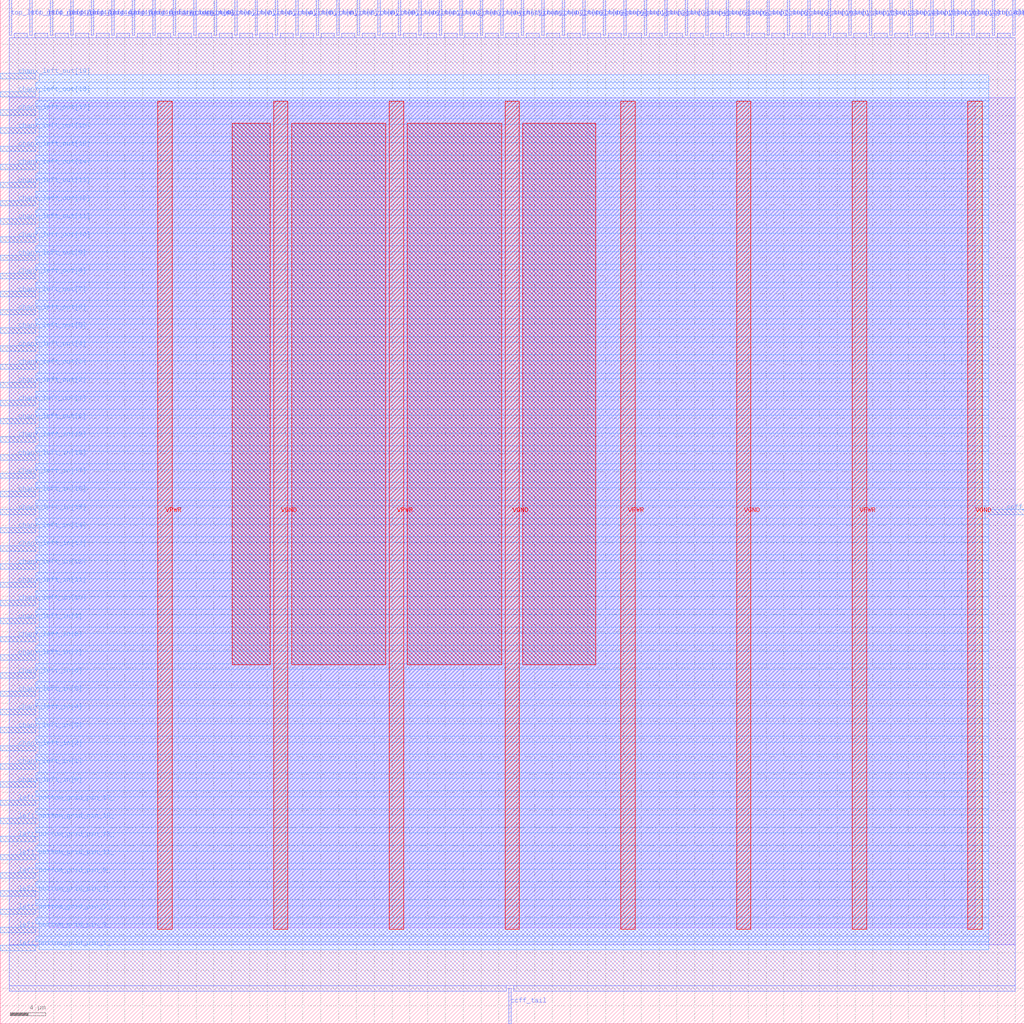
<source format=lef>
VERSION 5.7 ;
  NOWIREEXTENSIONATPIN ON ;
  DIVIDERCHAR "/" ;
  BUSBITCHARS "[]" ;
MACRO sb_2__0_
  CLASS BLOCK ;
  FOREIGN sb_2__0_ ;
  ORIGIN 0.000 0.000 ;
  SIZE 115.000 BY 115.000 ;
  PIN VGND
    DIRECTION INOUT ;
    USE GROUND ;
    PORT
      LAYER met4 ;
        RECT 30.710 10.640 32.310 103.600 ;
    END
    PORT
      LAYER met4 ;
        RECT 56.700 10.640 58.300 103.600 ;
    END
    PORT
      LAYER met4 ;
        RECT 82.690 10.640 84.290 103.600 ;
    END
    PORT
      LAYER met4 ;
        RECT 108.680 10.640 110.280 103.600 ;
    END
  END VGND
  PIN VPWR
    DIRECTION INOUT ;
    USE POWER ;
    PORT
      LAYER met4 ;
        RECT 17.715 10.640 19.315 103.600 ;
    END
    PORT
      LAYER met4 ;
        RECT 43.705 10.640 45.305 103.600 ;
    END
    PORT
      LAYER met4 ;
        RECT 69.695 10.640 71.295 103.600 ;
    END
    PORT
      LAYER met4 ;
        RECT 95.685 10.640 97.285 103.600 ;
    END
  END VPWR
  PIN ccff_head
    DIRECTION INPUT ;
    USE SIGNAL ;
    PORT
      LAYER met3 ;
        RECT 111.000 57.160 115.000 57.760 ;
    END
  END ccff_head
  PIN ccff_tail
    DIRECTION OUTPUT TRISTATE ;
    USE SIGNAL ;
    PORT
      LAYER met2 ;
        RECT 57.130 0.000 57.410 4.000 ;
    END
  END ccff_tail
  PIN chanx_left_in[0]
    DIRECTION INPUT ;
    USE SIGNAL ;
    PORT
      LAYER met3 ;
        RECT 0.000 26.560 4.000 27.160 ;
    END
  END chanx_left_in[0]
  PIN chanx_left_in[10]
    DIRECTION INPUT ;
    USE SIGNAL ;
    PORT
      LAYER met3 ;
        RECT 0.000 46.960 4.000 47.560 ;
    END
  END chanx_left_in[10]
  PIN chanx_left_in[11]
    DIRECTION INPUT ;
    USE SIGNAL ;
    PORT
      LAYER met3 ;
        RECT 0.000 49.000 4.000 49.600 ;
    END
  END chanx_left_in[11]
  PIN chanx_left_in[12]
    DIRECTION INPUT ;
    USE SIGNAL ;
    PORT
      LAYER met3 ;
        RECT 0.000 51.040 4.000 51.640 ;
    END
  END chanx_left_in[12]
  PIN chanx_left_in[13]
    DIRECTION INPUT ;
    USE SIGNAL ;
    PORT
      LAYER met3 ;
        RECT 0.000 53.080 4.000 53.680 ;
    END
  END chanx_left_in[13]
  PIN chanx_left_in[14]
    DIRECTION INPUT ;
    USE SIGNAL ;
    PORT
      LAYER met3 ;
        RECT 0.000 55.120 4.000 55.720 ;
    END
  END chanx_left_in[14]
  PIN chanx_left_in[15]
    DIRECTION INPUT ;
    USE SIGNAL ;
    PORT
      LAYER met3 ;
        RECT 0.000 57.160 4.000 57.760 ;
    END
  END chanx_left_in[15]
  PIN chanx_left_in[16]
    DIRECTION INPUT ;
    USE SIGNAL ;
    PORT
      LAYER met3 ;
        RECT 0.000 59.200 4.000 59.800 ;
    END
  END chanx_left_in[16]
  PIN chanx_left_in[17]
    DIRECTION INPUT ;
    USE SIGNAL ;
    PORT
      LAYER met3 ;
        RECT 0.000 61.240 4.000 61.840 ;
    END
  END chanx_left_in[17]
  PIN chanx_left_in[18]
    DIRECTION INPUT ;
    USE SIGNAL ;
    PORT
      LAYER met3 ;
        RECT 0.000 63.280 4.000 63.880 ;
    END
  END chanx_left_in[18]
  PIN chanx_left_in[19]
    DIRECTION INPUT ;
    USE SIGNAL ;
    PORT
      LAYER met3 ;
        RECT 0.000 65.320 4.000 65.920 ;
    END
  END chanx_left_in[19]
  PIN chanx_left_in[1]
    DIRECTION INPUT ;
    USE SIGNAL ;
    PORT
      LAYER met3 ;
        RECT 0.000 28.600 4.000 29.200 ;
    END
  END chanx_left_in[1]
  PIN chanx_left_in[2]
    DIRECTION INPUT ;
    USE SIGNAL ;
    PORT
      LAYER met3 ;
        RECT 0.000 30.640 4.000 31.240 ;
    END
  END chanx_left_in[2]
  PIN chanx_left_in[3]
    DIRECTION INPUT ;
    USE SIGNAL ;
    PORT
      LAYER met3 ;
        RECT 0.000 32.680 4.000 33.280 ;
    END
  END chanx_left_in[3]
  PIN chanx_left_in[4]
    DIRECTION INPUT ;
    USE SIGNAL ;
    PORT
      LAYER met3 ;
        RECT 0.000 34.720 4.000 35.320 ;
    END
  END chanx_left_in[4]
  PIN chanx_left_in[5]
    DIRECTION INPUT ;
    USE SIGNAL ;
    PORT
      LAYER met3 ;
        RECT 0.000 36.760 4.000 37.360 ;
    END
  END chanx_left_in[5]
  PIN chanx_left_in[6]
    DIRECTION INPUT ;
    USE SIGNAL ;
    PORT
      LAYER met3 ;
        RECT 0.000 38.800 4.000 39.400 ;
    END
  END chanx_left_in[6]
  PIN chanx_left_in[7]
    DIRECTION INPUT ;
    USE SIGNAL ;
    PORT
      LAYER met3 ;
        RECT 0.000 40.840 4.000 41.440 ;
    END
  END chanx_left_in[7]
  PIN chanx_left_in[8]
    DIRECTION INPUT ;
    USE SIGNAL ;
    PORT
      LAYER met3 ;
        RECT 0.000 42.880 4.000 43.480 ;
    END
  END chanx_left_in[8]
  PIN chanx_left_in[9]
    DIRECTION INPUT ;
    USE SIGNAL ;
    PORT
      LAYER met3 ;
        RECT 0.000 44.920 4.000 45.520 ;
    END
  END chanx_left_in[9]
  PIN chanx_left_out[0]
    DIRECTION OUTPUT TRISTATE ;
    USE SIGNAL ;
    PORT
      LAYER met3 ;
        RECT 0.000 67.360 4.000 67.960 ;
    END
  END chanx_left_out[0]
  PIN chanx_left_out[10]
    DIRECTION OUTPUT TRISTATE ;
    USE SIGNAL ;
    PORT
      LAYER met3 ;
        RECT 0.000 87.760 4.000 88.360 ;
    END
  END chanx_left_out[10]
  PIN chanx_left_out[11]
    DIRECTION OUTPUT TRISTATE ;
    USE SIGNAL ;
    PORT
      LAYER met3 ;
        RECT 0.000 89.800 4.000 90.400 ;
    END
  END chanx_left_out[11]
  PIN chanx_left_out[12]
    DIRECTION OUTPUT TRISTATE ;
    USE SIGNAL ;
    PORT
      LAYER met3 ;
        RECT 0.000 91.840 4.000 92.440 ;
    END
  END chanx_left_out[12]
  PIN chanx_left_out[13]
    DIRECTION OUTPUT TRISTATE ;
    USE SIGNAL ;
    PORT
      LAYER met3 ;
        RECT 0.000 93.880 4.000 94.480 ;
    END
  END chanx_left_out[13]
  PIN chanx_left_out[14]
    DIRECTION OUTPUT TRISTATE ;
    USE SIGNAL ;
    PORT
      LAYER met3 ;
        RECT 0.000 95.920 4.000 96.520 ;
    END
  END chanx_left_out[14]
  PIN chanx_left_out[15]
    DIRECTION OUTPUT TRISTATE ;
    USE SIGNAL ;
    PORT
      LAYER met3 ;
        RECT 0.000 97.960 4.000 98.560 ;
    END
  END chanx_left_out[15]
  PIN chanx_left_out[16]
    DIRECTION OUTPUT TRISTATE ;
    USE SIGNAL ;
    PORT
      LAYER met3 ;
        RECT 0.000 100.000 4.000 100.600 ;
    END
  END chanx_left_out[16]
  PIN chanx_left_out[17]
    DIRECTION OUTPUT TRISTATE ;
    USE SIGNAL ;
    PORT
      LAYER met3 ;
        RECT 0.000 102.040 4.000 102.640 ;
    END
  END chanx_left_out[17]
  PIN chanx_left_out[18]
    DIRECTION OUTPUT TRISTATE ;
    USE SIGNAL ;
    PORT
      LAYER met3 ;
        RECT 0.000 104.080 4.000 104.680 ;
    END
  END chanx_left_out[18]
  PIN chanx_left_out[19]
    DIRECTION OUTPUT TRISTATE ;
    USE SIGNAL ;
    PORT
      LAYER met3 ;
        RECT 0.000 106.120 4.000 106.720 ;
    END
  END chanx_left_out[19]
  PIN chanx_left_out[1]
    DIRECTION OUTPUT TRISTATE ;
    USE SIGNAL ;
    PORT
      LAYER met3 ;
        RECT 0.000 69.400 4.000 70.000 ;
    END
  END chanx_left_out[1]
  PIN chanx_left_out[2]
    DIRECTION OUTPUT TRISTATE ;
    USE SIGNAL ;
    PORT
      LAYER met3 ;
        RECT 0.000 71.440 4.000 72.040 ;
    END
  END chanx_left_out[2]
  PIN chanx_left_out[3]
    DIRECTION OUTPUT TRISTATE ;
    USE SIGNAL ;
    PORT
      LAYER met3 ;
        RECT 0.000 73.480 4.000 74.080 ;
    END
  END chanx_left_out[3]
  PIN chanx_left_out[4]
    DIRECTION OUTPUT TRISTATE ;
    USE SIGNAL ;
    PORT
      LAYER met3 ;
        RECT 0.000 75.520 4.000 76.120 ;
    END
  END chanx_left_out[4]
  PIN chanx_left_out[5]
    DIRECTION OUTPUT TRISTATE ;
    USE SIGNAL ;
    PORT
      LAYER met3 ;
        RECT 0.000 77.560 4.000 78.160 ;
    END
  END chanx_left_out[5]
  PIN chanx_left_out[6]
    DIRECTION OUTPUT TRISTATE ;
    USE SIGNAL ;
    PORT
      LAYER met3 ;
        RECT 0.000 79.600 4.000 80.200 ;
    END
  END chanx_left_out[6]
  PIN chanx_left_out[7]
    DIRECTION OUTPUT TRISTATE ;
    USE SIGNAL ;
    PORT
      LAYER met3 ;
        RECT 0.000 81.640 4.000 82.240 ;
    END
  END chanx_left_out[7]
  PIN chanx_left_out[8]
    DIRECTION OUTPUT TRISTATE ;
    USE SIGNAL ;
    PORT
      LAYER met3 ;
        RECT 0.000 83.680 4.000 84.280 ;
    END
  END chanx_left_out[8]
  PIN chanx_left_out[9]
    DIRECTION OUTPUT TRISTATE ;
    USE SIGNAL ;
    PORT
      LAYER met3 ;
        RECT 0.000 85.720 4.000 86.320 ;
    END
  END chanx_left_out[9]
  PIN chany_top_in[0]
    DIRECTION INPUT ;
    USE SIGNAL ;
    PORT
      LAYER met2 ;
        RECT 19.410 111.000 19.690 115.000 ;
    END
  END chany_top_in[0]
  PIN chany_top_in[10]
    DIRECTION INPUT ;
    USE SIGNAL ;
    PORT
      LAYER met2 ;
        RECT 42.410 111.000 42.690 115.000 ;
    END
  END chany_top_in[10]
  PIN chany_top_in[11]
    DIRECTION INPUT ;
    USE SIGNAL ;
    PORT
      LAYER met2 ;
        RECT 44.710 111.000 44.990 115.000 ;
    END
  END chany_top_in[11]
  PIN chany_top_in[12]
    DIRECTION INPUT ;
    USE SIGNAL ;
    PORT
      LAYER met2 ;
        RECT 47.010 111.000 47.290 115.000 ;
    END
  END chany_top_in[12]
  PIN chany_top_in[13]
    DIRECTION INPUT ;
    USE SIGNAL ;
    PORT
      LAYER met2 ;
        RECT 49.310 111.000 49.590 115.000 ;
    END
  END chany_top_in[13]
  PIN chany_top_in[14]
    DIRECTION INPUT ;
    USE SIGNAL ;
    PORT
      LAYER met2 ;
        RECT 51.610 111.000 51.890 115.000 ;
    END
  END chany_top_in[14]
  PIN chany_top_in[15]
    DIRECTION INPUT ;
    USE SIGNAL ;
    PORT
      LAYER met2 ;
        RECT 53.910 111.000 54.190 115.000 ;
    END
  END chany_top_in[15]
  PIN chany_top_in[16]
    DIRECTION INPUT ;
    USE SIGNAL ;
    PORT
      LAYER met2 ;
        RECT 56.210 111.000 56.490 115.000 ;
    END
  END chany_top_in[16]
  PIN chany_top_in[17]
    DIRECTION INPUT ;
    USE SIGNAL ;
    PORT
      LAYER met2 ;
        RECT 58.510 111.000 58.790 115.000 ;
    END
  END chany_top_in[17]
  PIN chany_top_in[18]
    DIRECTION INPUT ;
    USE SIGNAL ;
    PORT
      LAYER met2 ;
        RECT 60.810 111.000 61.090 115.000 ;
    END
  END chany_top_in[18]
  PIN chany_top_in[19]
    DIRECTION INPUT ;
    USE SIGNAL ;
    PORT
      LAYER met2 ;
        RECT 63.110 111.000 63.390 115.000 ;
    END
  END chany_top_in[19]
  PIN chany_top_in[1]
    DIRECTION INPUT ;
    USE SIGNAL ;
    PORT
      LAYER met2 ;
        RECT 21.710 111.000 21.990 115.000 ;
    END
  END chany_top_in[1]
  PIN chany_top_in[2]
    DIRECTION INPUT ;
    USE SIGNAL ;
    PORT
      LAYER met2 ;
        RECT 24.010 111.000 24.290 115.000 ;
    END
  END chany_top_in[2]
  PIN chany_top_in[3]
    DIRECTION INPUT ;
    USE SIGNAL ;
    PORT
      LAYER met2 ;
        RECT 26.310 111.000 26.590 115.000 ;
    END
  END chany_top_in[3]
  PIN chany_top_in[4]
    DIRECTION INPUT ;
    USE SIGNAL ;
    PORT
      LAYER met2 ;
        RECT 28.610 111.000 28.890 115.000 ;
    END
  END chany_top_in[4]
  PIN chany_top_in[5]
    DIRECTION INPUT ;
    USE SIGNAL ;
    PORT
      LAYER met2 ;
        RECT 30.910 111.000 31.190 115.000 ;
    END
  END chany_top_in[5]
  PIN chany_top_in[6]
    DIRECTION INPUT ;
    USE SIGNAL ;
    PORT
      LAYER met2 ;
        RECT 33.210 111.000 33.490 115.000 ;
    END
  END chany_top_in[6]
  PIN chany_top_in[7]
    DIRECTION INPUT ;
    USE SIGNAL ;
    PORT
      LAYER met2 ;
        RECT 35.510 111.000 35.790 115.000 ;
    END
  END chany_top_in[7]
  PIN chany_top_in[8]
    DIRECTION INPUT ;
    USE SIGNAL ;
    PORT
      LAYER met2 ;
        RECT 37.810 111.000 38.090 115.000 ;
    END
  END chany_top_in[8]
  PIN chany_top_in[9]
    DIRECTION INPUT ;
    USE SIGNAL ;
    PORT
      LAYER met2 ;
        RECT 40.110 111.000 40.390 115.000 ;
    END
  END chany_top_in[9]
  PIN chany_top_out[0]
    DIRECTION OUTPUT TRISTATE ;
    USE SIGNAL ;
    PORT
      LAYER met2 ;
        RECT 65.410 111.000 65.690 115.000 ;
    END
  END chany_top_out[0]
  PIN chany_top_out[10]
    DIRECTION OUTPUT TRISTATE ;
    USE SIGNAL ;
    PORT
      LAYER met2 ;
        RECT 88.410 111.000 88.690 115.000 ;
    END
  END chany_top_out[10]
  PIN chany_top_out[11]
    DIRECTION OUTPUT TRISTATE ;
    USE SIGNAL ;
    PORT
      LAYER met2 ;
        RECT 90.710 111.000 90.990 115.000 ;
    END
  END chany_top_out[11]
  PIN chany_top_out[12]
    DIRECTION OUTPUT TRISTATE ;
    USE SIGNAL ;
    PORT
      LAYER met2 ;
        RECT 93.010 111.000 93.290 115.000 ;
    END
  END chany_top_out[12]
  PIN chany_top_out[13]
    DIRECTION OUTPUT TRISTATE ;
    USE SIGNAL ;
    PORT
      LAYER met2 ;
        RECT 95.310 111.000 95.590 115.000 ;
    END
  END chany_top_out[13]
  PIN chany_top_out[14]
    DIRECTION OUTPUT TRISTATE ;
    USE SIGNAL ;
    PORT
      LAYER met2 ;
        RECT 97.610 111.000 97.890 115.000 ;
    END
  END chany_top_out[14]
  PIN chany_top_out[15]
    DIRECTION OUTPUT TRISTATE ;
    USE SIGNAL ;
    PORT
      LAYER met2 ;
        RECT 99.910 111.000 100.190 115.000 ;
    END
  END chany_top_out[15]
  PIN chany_top_out[16]
    DIRECTION OUTPUT TRISTATE ;
    USE SIGNAL ;
    PORT
      LAYER met2 ;
        RECT 102.210 111.000 102.490 115.000 ;
    END
  END chany_top_out[16]
  PIN chany_top_out[17]
    DIRECTION OUTPUT TRISTATE ;
    USE SIGNAL ;
    PORT
      LAYER met2 ;
        RECT 104.510 111.000 104.790 115.000 ;
    END
  END chany_top_out[17]
  PIN chany_top_out[18]
    DIRECTION OUTPUT TRISTATE ;
    USE SIGNAL ;
    PORT
      LAYER met2 ;
        RECT 106.810 111.000 107.090 115.000 ;
    END
  END chany_top_out[18]
  PIN chany_top_out[19]
    DIRECTION OUTPUT TRISTATE ;
    USE SIGNAL ;
    PORT
      LAYER met2 ;
        RECT 109.110 111.000 109.390 115.000 ;
    END
  END chany_top_out[19]
  PIN chany_top_out[1]
    DIRECTION OUTPUT TRISTATE ;
    USE SIGNAL ;
    PORT
      LAYER met2 ;
        RECT 67.710 111.000 67.990 115.000 ;
    END
  END chany_top_out[1]
  PIN chany_top_out[2]
    DIRECTION OUTPUT TRISTATE ;
    USE SIGNAL ;
    PORT
      LAYER met2 ;
        RECT 70.010 111.000 70.290 115.000 ;
    END
  END chany_top_out[2]
  PIN chany_top_out[3]
    DIRECTION OUTPUT TRISTATE ;
    USE SIGNAL ;
    PORT
      LAYER met2 ;
        RECT 72.310 111.000 72.590 115.000 ;
    END
  END chany_top_out[3]
  PIN chany_top_out[4]
    DIRECTION OUTPUT TRISTATE ;
    USE SIGNAL ;
    PORT
      LAYER met2 ;
        RECT 74.610 111.000 74.890 115.000 ;
    END
  END chany_top_out[4]
  PIN chany_top_out[5]
    DIRECTION OUTPUT TRISTATE ;
    USE SIGNAL ;
    PORT
      LAYER met2 ;
        RECT 76.910 111.000 77.190 115.000 ;
    END
  END chany_top_out[5]
  PIN chany_top_out[6]
    DIRECTION OUTPUT TRISTATE ;
    USE SIGNAL ;
    PORT
      LAYER met2 ;
        RECT 79.210 111.000 79.490 115.000 ;
    END
  END chany_top_out[6]
  PIN chany_top_out[7]
    DIRECTION OUTPUT TRISTATE ;
    USE SIGNAL ;
    PORT
      LAYER met2 ;
        RECT 81.510 111.000 81.790 115.000 ;
    END
  END chany_top_out[7]
  PIN chany_top_out[8]
    DIRECTION OUTPUT TRISTATE ;
    USE SIGNAL ;
    PORT
      LAYER met2 ;
        RECT 83.810 111.000 84.090 115.000 ;
    END
  END chany_top_out[8]
  PIN chany_top_out[9]
    DIRECTION OUTPUT TRISTATE ;
    USE SIGNAL ;
    PORT
      LAYER met2 ;
        RECT 86.110 111.000 86.390 115.000 ;
    END
  END chany_top_out[9]
  PIN left_bottom_grid_pin_11_
    DIRECTION INPUT ;
    USE SIGNAL ;
    PORT
      LAYER met3 ;
        RECT 0.000 18.400 4.000 19.000 ;
    END
  END left_bottom_grid_pin_11_
  PIN left_bottom_grid_pin_13_
    DIRECTION INPUT ;
    USE SIGNAL ;
    PORT
      LAYER met3 ;
        RECT 0.000 20.440 4.000 21.040 ;
    END
  END left_bottom_grid_pin_13_
  PIN left_bottom_grid_pin_15_
    DIRECTION INPUT ;
    USE SIGNAL ;
    PORT
      LAYER met3 ;
        RECT 0.000 22.480 4.000 23.080 ;
    END
  END left_bottom_grid_pin_15_
  PIN left_bottom_grid_pin_17_
    DIRECTION INPUT ;
    USE SIGNAL ;
    PORT
      LAYER met3 ;
        RECT 0.000 24.520 4.000 25.120 ;
    END
  END left_bottom_grid_pin_17_
  PIN left_bottom_grid_pin_1_
    DIRECTION INPUT ;
    USE SIGNAL ;
    PORT
      LAYER met3 ;
        RECT 0.000 8.200 4.000 8.800 ;
    END
  END left_bottom_grid_pin_1_
  PIN left_bottom_grid_pin_3_
    DIRECTION INPUT ;
    USE SIGNAL ;
    PORT
      LAYER met3 ;
        RECT 0.000 10.240 4.000 10.840 ;
    END
  END left_bottom_grid_pin_3_
  PIN left_bottom_grid_pin_5_
    DIRECTION INPUT ;
    USE SIGNAL ;
    PORT
      LAYER met3 ;
        RECT 0.000 12.280 4.000 12.880 ;
    END
  END left_bottom_grid_pin_5_
  PIN left_bottom_grid_pin_7_
    DIRECTION INPUT ;
    USE SIGNAL ;
    PORT
      LAYER met3 ;
        RECT 0.000 14.320 4.000 14.920 ;
    END
  END left_bottom_grid_pin_7_
  PIN left_bottom_grid_pin_9_
    DIRECTION INPUT ;
    USE SIGNAL ;
    PORT
      LAYER met3 ;
        RECT 0.000 16.360 4.000 16.960 ;
    END
  END left_bottom_grid_pin_9_
  PIN prog_clk_0_N_in
    DIRECTION INPUT ;
    USE SIGNAL ;
    PORT
      LAYER met2 ;
        RECT 111.410 111.000 111.690 115.000 ;
    END
  END prog_clk_0_N_in
  PIN top_left_grid_pin_42_
    DIRECTION INPUT ;
    USE SIGNAL ;
    PORT
      LAYER met2 ;
        RECT 1.010 111.000 1.290 115.000 ;
    END
  END top_left_grid_pin_42_
  PIN top_left_grid_pin_43_
    DIRECTION INPUT ;
    USE SIGNAL ;
    PORT
      LAYER met2 ;
        RECT 3.310 111.000 3.590 115.000 ;
    END
  END top_left_grid_pin_43_
  PIN top_left_grid_pin_44_
    DIRECTION INPUT ;
    USE SIGNAL ;
    PORT
      LAYER met2 ;
        RECT 5.610 111.000 5.890 115.000 ;
    END
  END top_left_grid_pin_44_
  PIN top_left_grid_pin_45_
    DIRECTION INPUT ;
    USE SIGNAL ;
    PORT
      LAYER met2 ;
        RECT 7.910 111.000 8.190 115.000 ;
    END
  END top_left_grid_pin_45_
  PIN top_left_grid_pin_46_
    DIRECTION INPUT ;
    USE SIGNAL ;
    PORT
      LAYER met2 ;
        RECT 10.210 111.000 10.490 115.000 ;
    END
  END top_left_grid_pin_46_
  PIN top_left_grid_pin_47_
    DIRECTION INPUT ;
    USE SIGNAL ;
    PORT
      LAYER met2 ;
        RECT 12.510 111.000 12.790 115.000 ;
    END
  END top_left_grid_pin_47_
  PIN top_left_grid_pin_48_
    DIRECTION INPUT ;
    USE SIGNAL ;
    PORT
      LAYER met2 ;
        RECT 14.810 111.000 15.090 115.000 ;
    END
  END top_left_grid_pin_48_
  PIN top_left_grid_pin_49_
    DIRECTION INPUT ;
    USE SIGNAL ;
    PORT
      LAYER met2 ;
        RECT 17.110 111.000 17.390 115.000 ;
    END
  END top_left_grid_pin_49_
  PIN top_right_grid_pin_1_
    DIRECTION INPUT ;
    USE SIGNAL ;
    PORT
      LAYER met2 ;
        RECT 113.710 111.000 113.990 115.000 ;
    END
  END top_right_grid_pin_1_
  OBS
      LAYER li1 ;
        RECT 5.520 10.795 109.480 103.445 ;
      LAYER met1 ;
        RECT 0.990 8.880 114.010 104.000 ;
      LAYER met2 ;
        RECT 1.570 110.720 3.030 111.250 ;
        RECT 3.870 110.720 5.330 111.250 ;
        RECT 6.170 110.720 7.630 111.250 ;
        RECT 8.470 110.720 9.930 111.250 ;
        RECT 10.770 110.720 12.230 111.250 ;
        RECT 13.070 110.720 14.530 111.250 ;
        RECT 15.370 110.720 16.830 111.250 ;
        RECT 17.670 110.720 19.130 111.250 ;
        RECT 19.970 110.720 21.430 111.250 ;
        RECT 22.270 110.720 23.730 111.250 ;
        RECT 24.570 110.720 26.030 111.250 ;
        RECT 26.870 110.720 28.330 111.250 ;
        RECT 29.170 110.720 30.630 111.250 ;
        RECT 31.470 110.720 32.930 111.250 ;
        RECT 33.770 110.720 35.230 111.250 ;
        RECT 36.070 110.720 37.530 111.250 ;
        RECT 38.370 110.720 39.830 111.250 ;
        RECT 40.670 110.720 42.130 111.250 ;
        RECT 42.970 110.720 44.430 111.250 ;
        RECT 45.270 110.720 46.730 111.250 ;
        RECT 47.570 110.720 49.030 111.250 ;
        RECT 49.870 110.720 51.330 111.250 ;
        RECT 52.170 110.720 53.630 111.250 ;
        RECT 54.470 110.720 55.930 111.250 ;
        RECT 56.770 110.720 58.230 111.250 ;
        RECT 59.070 110.720 60.530 111.250 ;
        RECT 61.370 110.720 62.830 111.250 ;
        RECT 63.670 110.720 65.130 111.250 ;
        RECT 65.970 110.720 67.430 111.250 ;
        RECT 68.270 110.720 69.730 111.250 ;
        RECT 70.570 110.720 72.030 111.250 ;
        RECT 72.870 110.720 74.330 111.250 ;
        RECT 75.170 110.720 76.630 111.250 ;
        RECT 77.470 110.720 78.930 111.250 ;
        RECT 79.770 110.720 81.230 111.250 ;
        RECT 82.070 110.720 83.530 111.250 ;
        RECT 84.370 110.720 85.830 111.250 ;
        RECT 86.670 110.720 88.130 111.250 ;
        RECT 88.970 110.720 90.430 111.250 ;
        RECT 91.270 110.720 92.730 111.250 ;
        RECT 93.570 110.720 95.030 111.250 ;
        RECT 95.870 110.720 97.330 111.250 ;
        RECT 98.170 110.720 99.630 111.250 ;
        RECT 100.470 110.720 101.930 111.250 ;
        RECT 102.770 110.720 104.230 111.250 ;
        RECT 105.070 110.720 106.530 111.250 ;
        RECT 107.370 110.720 108.830 111.250 ;
        RECT 109.670 110.720 111.130 111.250 ;
        RECT 111.970 110.720 113.430 111.250 ;
        RECT 1.020 4.280 113.980 110.720 ;
        RECT 1.020 3.670 56.850 4.280 ;
        RECT 57.690 3.670 113.980 4.280 ;
      LAYER met3 ;
        RECT 4.400 105.720 111.000 106.585 ;
        RECT 4.000 105.080 111.000 105.720 ;
        RECT 4.400 103.680 111.000 105.080 ;
        RECT 4.000 103.040 111.000 103.680 ;
        RECT 4.400 101.640 111.000 103.040 ;
        RECT 4.000 101.000 111.000 101.640 ;
        RECT 4.400 99.600 111.000 101.000 ;
        RECT 4.000 98.960 111.000 99.600 ;
        RECT 4.400 97.560 111.000 98.960 ;
        RECT 4.000 96.920 111.000 97.560 ;
        RECT 4.400 95.520 111.000 96.920 ;
        RECT 4.000 94.880 111.000 95.520 ;
        RECT 4.400 93.480 111.000 94.880 ;
        RECT 4.000 92.840 111.000 93.480 ;
        RECT 4.400 91.440 111.000 92.840 ;
        RECT 4.000 90.800 111.000 91.440 ;
        RECT 4.400 89.400 111.000 90.800 ;
        RECT 4.000 88.760 111.000 89.400 ;
        RECT 4.400 87.360 111.000 88.760 ;
        RECT 4.000 86.720 111.000 87.360 ;
        RECT 4.400 85.320 111.000 86.720 ;
        RECT 4.000 84.680 111.000 85.320 ;
        RECT 4.400 83.280 111.000 84.680 ;
        RECT 4.000 82.640 111.000 83.280 ;
        RECT 4.400 81.240 111.000 82.640 ;
        RECT 4.000 80.600 111.000 81.240 ;
        RECT 4.400 79.200 111.000 80.600 ;
        RECT 4.000 78.560 111.000 79.200 ;
        RECT 4.400 77.160 111.000 78.560 ;
        RECT 4.000 76.520 111.000 77.160 ;
        RECT 4.400 75.120 111.000 76.520 ;
        RECT 4.000 74.480 111.000 75.120 ;
        RECT 4.400 73.080 111.000 74.480 ;
        RECT 4.000 72.440 111.000 73.080 ;
        RECT 4.400 71.040 111.000 72.440 ;
        RECT 4.000 70.400 111.000 71.040 ;
        RECT 4.400 69.000 111.000 70.400 ;
        RECT 4.000 68.360 111.000 69.000 ;
        RECT 4.400 66.960 111.000 68.360 ;
        RECT 4.000 66.320 111.000 66.960 ;
        RECT 4.400 64.920 111.000 66.320 ;
        RECT 4.000 64.280 111.000 64.920 ;
        RECT 4.400 62.880 111.000 64.280 ;
        RECT 4.000 62.240 111.000 62.880 ;
        RECT 4.400 60.840 111.000 62.240 ;
        RECT 4.000 60.200 111.000 60.840 ;
        RECT 4.400 58.800 111.000 60.200 ;
        RECT 4.000 58.160 111.000 58.800 ;
        RECT 4.400 56.760 110.600 58.160 ;
        RECT 4.000 56.120 111.000 56.760 ;
        RECT 4.400 54.720 111.000 56.120 ;
        RECT 4.000 54.080 111.000 54.720 ;
        RECT 4.400 52.680 111.000 54.080 ;
        RECT 4.000 52.040 111.000 52.680 ;
        RECT 4.400 50.640 111.000 52.040 ;
        RECT 4.000 50.000 111.000 50.640 ;
        RECT 4.400 48.600 111.000 50.000 ;
        RECT 4.000 47.960 111.000 48.600 ;
        RECT 4.400 46.560 111.000 47.960 ;
        RECT 4.000 45.920 111.000 46.560 ;
        RECT 4.400 44.520 111.000 45.920 ;
        RECT 4.000 43.880 111.000 44.520 ;
        RECT 4.400 42.480 111.000 43.880 ;
        RECT 4.000 41.840 111.000 42.480 ;
        RECT 4.400 40.440 111.000 41.840 ;
        RECT 4.000 39.800 111.000 40.440 ;
        RECT 4.400 38.400 111.000 39.800 ;
        RECT 4.000 37.760 111.000 38.400 ;
        RECT 4.400 36.360 111.000 37.760 ;
        RECT 4.000 35.720 111.000 36.360 ;
        RECT 4.400 34.320 111.000 35.720 ;
        RECT 4.000 33.680 111.000 34.320 ;
        RECT 4.400 32.280 111.000 33.680 ;
        RECT 4.000 31.640 111.000 32.280 ;
        RECT 4.400 30.240 111.000 31.640 ;
        RECT 4.000 29.600 111.000 30.240 ;
        RECT 4.400 28.200 111.000 29.600 ;
        RECT 4.000 27.560 111.000 28.200 ;
        RECT 4.400 26.160 111.000 27.560 ;
        RECT 4.000 25.520 111.000 26.160 ;
        RECT 4.400 24.120 111.000 25.520 ;
        RECT 4.000 23.480 111.000 24.120 ;
        RECT 4.400 22.080 111.000 23.480 ;
        RECT 4.000 21.440 111.000 22.080 ;
        RECT 4.400 20.040 111.000 21.440 ;
        RECT 4.000 19.400 111.000 20.040 ;
        RECT 4.400 18.000 111.000 19.400 ;
        RECT 4.000 17.360 111.000 18.000 ;
        RECT 4.400 15.960 111.000 17.360 ;
        RECT 4.000 15.320 111.000 15.960 ;
        RECT 4.400 13.920 111.000 15.320 ;
        RECT 4.000 13.280 111.000 13.920 ;
        RECT 4.400 11.880 111.000 13.280 ;
        RECT 4.000 11.240 111.000 11.880 ;
        RECT 4.400 9.840 111.000 11.240 ;
        RECT 4.000 9.200 111.000 9.840 ;
        RECT 4.400 8.335 111.000 9.200 ;
      LAYER met4 ;
        RECT 26.055 40.295 30.310 101.145 ;
        RECT 32.710 40.295 43.305 101.145 ;
        RECT 45.705 40.295 56.300 101.145 ;
        RECT 58.700 40.295 66.865 101.145 ;
  END
END sb_2__0_
END LIBRARY


</source>
